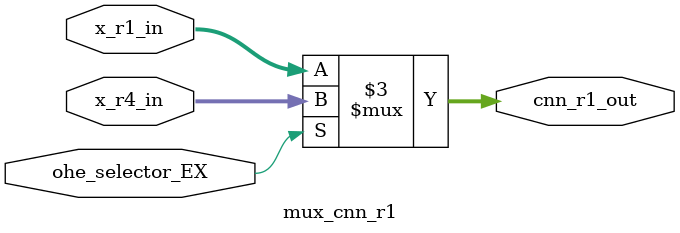
<source format=v>




`timescale 1ns/1ps

// module mux_cnn_r1 : mux_cnn_r1
module mux_cnn_r1
  ( input                    ohe_selector_EX,
    input      signed [31:0] x_r1_in, // w32
    input      signed [31:0] x_r4_in, // w32
    output reg signed [31:0] cnn_r1_out // w32
  );


  always @ (*)

  begin : p_mux_cnn_r1

    // cnn_r1_out = 32'sh0;

    // (cnn_r1_copy0_x_r1_EX)
    // [cnn.n:53](regX.n:77)
    cnn_r1_out = x_r1_in;

    if (ohe_selector_EX) // (cnn_r1_copy0_x_r4_EX)
    begin
      // [cnn.n:77]
      cnn_r1_out = x_r4_in;
    end

  end

endmodule

</source>
